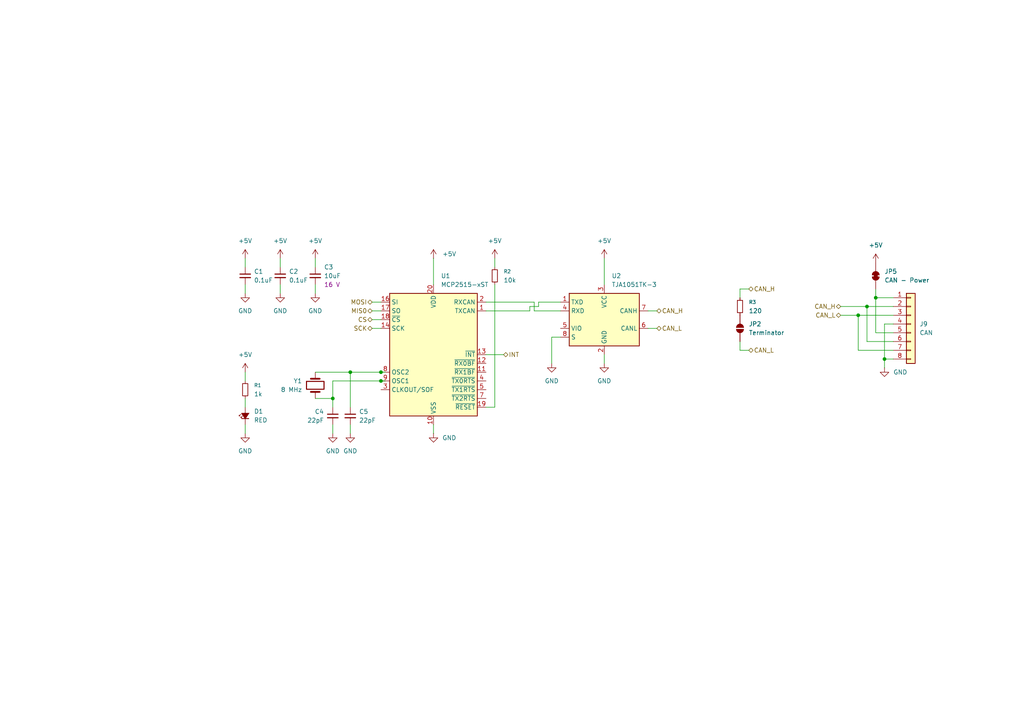
<source format=kicad_sch>
(kicad_sch (version 20250114) (generator "eeschema") (generator_version "9.0")
  (paper "A4")
  (lib_symbols
    (symbol "Connector_Generic:Conn_01x08" (pin_names (offset 1.016) (hide yes))
      (property "Reference" "J" (at 0 10.16 0))
      (property "Value" "Conn_01x08" (at 0 -12.7 0))
      (symbol "Conn_01x08_1_1"
        (rectangle (start -1.27 8.89) (end 1.27 -11.43) (stroke (width 0.254)) (fill (type background)))
        (rectangle (start -1.27 7.747) (end 0 7.493) (stroke (width 0.1524)))
        (rectangle (start -1.27 5.207) (end 0 4.953) (stroke (width 0.1524)))
        (rectangle (start -1.27 2.667) (end 0 2.413) (stroke (width 0.1524)))
        (rectangle (start -1.27 0.127) (end 0 -0.127) (stroke (width 0.1524)))
        (rectangle (start -1.27 -2.413) (end 0 -2.667) (stroke (width 0.1524)))
        (rectangle (start -1.27 -4.953) (end 0 -5.207) (stroke (width 0.1524)))
        (rectangle (start -1.27 -7.493) (end 0 -7.747) (stroke (width 0.1524)))
        (rectangle (start -1.27 -10.033) (end 0 -10.287) (stroke (width 0.1524)))
        (pin passive line (at -5.08 7.62 0) (length 3.81) (name "Pin_1") (number "1"))
        (pin passive line (at -5.08 5.08 0) (length 3.81) (name "Pin_2") (number "2"))
        (pin passive line (at -5.08 2.54 0) (length 3.81) (name "Pin_3") (number "3"))
        (pin passive line (at -5.08 0 0) (length 3.81) (name "Pin_4") (number "4"))
        (pin passive line (at -5.08 -2.54 0) (length 3.81) (name "Pin_5") (number "5"))
        (pin passive line (at -5.08 -5.08 0) (length 3.81) (name "Pin_6") (number "6"))
        (pin passive line (at -5.08 -7.62 0) (length 3.81) (name "Pin_7") (number "7"))
        (pin passive line (at -5.08 -10.16 0) (length 3.81) (name "Pin_8") (number "8"))
      )
    )
    (symbol "Device:C_Small" (pin_numbers (hide yes)) (pin_names (offset 0.254) (hide yes))
      (property "Reference" "C" (at 0.254 1.778 0))
      (property "Value" "C_Small" (at 0.254 -2.032 0))
      (symbol "C_Small_0_1"
        (polyline (pts (xy -1.524 0.508) (xy 1.524 0.508)) (stroke (width 0.3048)))
        (polyline (pts (xy -1.524 -0.508) (xy 1.524 -0.508)) (stroke (width 0.3302)))
      )
      (symbol "C_Small_1_1"
        (pin passive line (at 0 2.54 270) (length 2.032) (name "~") (number "1"))
        (pin passive line (at 0 -2.54 90) (length 2.032) (name "~") (number "2"))
      )
    )
    (symbol "Device:Crystal" (pin_numbers (hide yes)) (pin_names (offset 1.016) (hide yes))
      (property "Reference" "Y" (at 0 3.81 0))
      (property "Value" "Crystal" (at 0 -3.81 0))
      (symbol "Crystal_0_1"
        (polyline (pts (xy -2.54 0) (xy -1.905 0)))
        (polyline (pts (xy -1.905 -1.27) (xy -1.905 1.27)) (stroke (width 0.508)))
        (rectangle (start -1.143 2.54) (end 1.143 -2.54) (stroke (width 0.3048)))
        (polyline (pts (xy 1.905 -1.27) (xy 1.905 1.27)) (stroke (width 0.508)))
        (polyline (pts (xy 2.54 0) (xy 1.905 0)))
      )
      (symbol "Crystal_1_1"
        (pin passive line (at -3.81 0 0) (length 1.27) (name "1") (number "1"))
        (pin passive line (at 3.81 0 180) (length 1.27) (name "2") (number "2"))
      )
    )
    (symbol "Device:LED_Small_Filled" (pin_numbers (hide yes)) (pin_names (offset 0.254) (hide yes))
      (property "Reference" "D" (at -1.27 3.175 0))
      (property "Value" "LED_Small_Filled" (at -4.445 -2.54 0))
      (symbol "LED_Small_Filled_0_1"
        (polyline (pts (xy -0.762 -1.016) (xy -0.762 1.016)) (stroke (width 0.254)))
        (polyline (pts (xy 0 0.762) (xy -0.508 1.27) (xy -0.254 1.27) (xy -0.508 1.27) (xy -0.508 1.016)))
        (polyline (pts (xy 0.508 1.27) (xy 0 1.778) (xy 0.254 1.778) (xy 0 1.778) (xy 0 1.524)))
        (polyline (pts (xy 0.762 -1.016) (xy -0.762 0) (xy 0.762 1.016) (xy 0.762 -1.016)) (stroke (width 0.254)) (fill (type outline)))
        (polyline (pts (xy 1.016 0) (xy -0.762 0)))
      )
      (symbol "LED_Small_Filled_1_1"
        (pin passive line (at -2.54 0 0) (length 1.778) (name "K") (number "1"))
        (pin passive line (at 2.54 0 180) (length 1.778) (name "A") (number "2"))
      )
    )
    (symbol "Device:R_Small" (pin_numbers (hide yes)) (pin_names (offset 0.254) (hide yes))
      (property "Reference" "R" (at 0 0 90))
      (property "Value" "R_Small" (at 1.778 0 90))
      (symbol "R_Small_0_1"
        (rectangle (start -0.762 1.778) (end 0.762 -1.778) (stroke (width 0.2032)))
      )
      (symbol "R_Small_1_1"
        (pin passive line (at 0 2.54 270) (length 0.762) (name "~") (number "1"))
        (pin passive line (at 0 -2.54 90) (length 0.762) (name "~") (number "2"))
      )
    )
    (symbol "Interface_CAN_LIN:MCP2515-xST"
      (property "Reference" "U" (at -10.16 19.685 0))
      (property "Value" "MCP2515-xST" (at 19.05 20.32 0))
      (symbol "MCP2515-xST_0_1"
        (rectangle (start -12.7 17.78) (end 12.7 -17.78) (stroke (width 0.254)) (fill (type background)))
      )
      (symbol "MCP2515-xST_1_1"
        (pin input line (at -15.24 15.24 0) (length 2.54) (name "SI") (number "16"))
        (pin output line (at -15.24 12.7 0) (length 2.54) (name "SO") (number "17"))
        (pin input line (at -15.24 10.16 0) (length 2.54) (name "~{CS}") (number "18"))
        (pin input line (at -15.24 7.62 0) (length 2.54) (name "SCK") (number "14"))
        (pin output line (at -15.24 -5.08 0) (length 2.54) (name "OSC2") (number "8"))
        (pin input line (at -15.24 -7.62 0) (length 2.54) (name "OSC1") (number "9"))
        (pin output line (at -15.24 -10.16 0) (length 2.54) (name "CLKOUT/SOF") (number "3"))
        (pin no_connect line (at -12.7 0 0) (length 2.54) (hide yes) (name "NC") (number "6"))
        (pin no_connect line (at -12.7 -2.54 0) (length 2.54) (hide yes) (name "NC") (number "15"))
        (pin power_in line (at 0 20.32 270) (length 2.54) (name "VDD") (number "20"))
        (pin power_in line (at 0 -20.32 90) (length 2.54) (name "VSS") (number "10"))
        (pin input line (at 15.24 15.24 180) (length 2.54) (name "RXCAN") (number "2"))
        (pin output line (at 15.24 12.7 180) (length 2.54) (name "TXCAN") (number "1"))
        (pin output line (at 15.24 0 180) (length 2.54) (name "~{INT}") (number "13"))
        (pin output line (at 15.24 -2.54 180) (length 2.54) (name "~{RX0BF}") (number "12"))
        (pin output line (at 15.24 -5.08 180) (length 2.54) (name "~{RX1BF}") (number "11"))
        (pin input line (at 15.24 -7.62 180) (length 2.54) (name "~{TX0RTS}") (number "4"))
        (pin input line (at 15.24 -10.16 180) (length 2.54) (name "~{TX1RTS}") (number "5"))
        (pin input line (at 15.24 -12.7 180) (length 2.54) (name "~{TX2RTS}") (number "7"))
        (pin input line (at 15.24 -15.24 180) (length 2.54) (name "~{RESET}") (number "19"))
      )
    )
    (symbol "Interface_CAN_LIN:TJA1051TK-3"
      (property "Reference" "U" (at -10.16 8.89 0))
      (property "Value" "TJA1051TK-3" (at 1.27 8.89 0))
      (symbol "TJA1051TK-3_0_1"
        (rectangle (start -10.16 7.62) (end 10.16 -7.62) (stroke (width 0.254)) (fill (type background)))
      )
      (symbol "TJA1051TK-3_1_1"
        (pin input line (at -12.7 5.08 0) (length 2.54) (name "TXD") (number "1"))
        (pin output line (at -12.7 2.54 0) (length 2.54) (name "RXD") (number "4"))
        (pin power_in line (at -12.7 -2.54 0) (length 2.54) (name "VIO") (number "5"))
        (pin input line (at -12.7 -5.08 0) (length 2.54) (name "S") (number "8"))
        (pin power_in line (at 0 10.16 270) (length 2.54) (name "VCC") (number "3"))
        (pin power_in line (at 0 -10.16 90) (length 2.54) (name "GND") (number "2"))
        (pin passive line (at 0 -10.16 90) (length 2.54) (hide yes) (name "GND") (number "9"))
        (pin bidirectional line (at 12.7 2.54 180) (length 2.54) (name "CANH") (number "7"))
        (pin bidirectional line (at 12.7 -2.54 180) (length 2.54) (name "CANL") (number "6"))
      )
    )
    (symbol "Jumper:SolderJumper_2_Bridged" (pin_numbers (hide yes)) (pin_names (offset 0) (hide yes)) (in_bom no)
      (property "Reference" "JP" (at 0 2.032 0))
      (property "Value" "SolderJumper_2_Bridged" (at 0 -2.54 0))
      (symbol "SolderJumper_2_Bridged_0_1"
        (rectangle (start -0.508 0.508) (end 0.508 -0.508) (fill (type outline)))
        (polyline (pts (xy -0.254 1.016) (xy -0.254 -1.016)))
        (arc (start -0.254 -1.016) (mid -1.2656 0) (end -0.254 1.016))
        (arc (start -0.254 -1.016) (mid -1.2656 0) (end -0.254 1.016) (fill (type outline)))
        (arc (start 0.254 1.016) (mid 1.2656 0) (end 0.254 -1.016))
        (arc (start 0.254 1.016) (mid 1.2656 0) (end 0.254 -1.016) (fill (type outline)))
        (polyline (pts (xy 0.254 1.016) (xy 0.254 -1.016)))
      )
      (symbol "SolderJumper_2_Bridged_1_1"
        (pin passive line (at -3.81 0 0) (length 2.54) (name "A") (number "1"))
        (pin passive line (at 3.81 0 180) (length 2.54) (name "B") (number "2"))
      )
    )
    (symbol "Jumper:SolderJumper_2_Open" (pin_numbers (hide yes)) (pin_names (offset 0) (hide yes)) (in_bom no)
      (property "Reference" "JP" (at 0 2.032 0))
      (property "Value" "SolderJumper_2_Open" (at 0 -2.54 0))
      (symbol "SolderJumper_2_Open_0_1"
        (polyline (pts (xy -0.254 1.016) (xy -0.254 -1.016)))
        (arc (start -0.254 -1.016) (mid -1.2656 0) (end -0.254 1.016))
        (arc (start -0.254 -1.016) (mid -1.2656 0) (end -0.254 1.016) (fill (type outline)))
        (arc (start 0.254 1.016) (mid 1.2656 0) (end 0.254 -1.016))
        (arc (start 0.254 1.016) (mid 1.2656 0) (end 0.254 -1.016) (fill (type outline)))
        (polyline (pts (xy 0.254 1.016) (xy 0.254 -1.016)))
      )
      (symbol "SolderJumper_2_Open_1_1"
        (pin passive line (at -3.81 0 0) (length 2.54) (name "A") (number "1"))
        (pin passive line (at 3.81 0 180) (length 2.54) (name "B") (number "2"))
      )
    )
    (symbol "power:+5V" (power) (pin_numbers (hide yes)) (pin_names (offset 0) (hide yes))
      (property "Value" "+5V" (at 0 3.556 0))
      (symbol "+5V_0_1"
        (polyline (pts (xy -0.762 1.27) (xy 0 2.54)))
        (polyline (pts (xy 0 2.54) (xy 0.762 1.27)))
        (polyline (pts (xy 0 0) (xy 0 2.54)))
      )
      (symbol "+5V_1_1"
        (pin power_in line (at 0 0 90) (length 0) (name "~") (number "1"))
      )
    )
    (symbol "power:GND" (power) (pin_numbers (hide yes)) (pin_names (offset 0) (hide yes))
      (property "Value" "GND" (at 0 -3.81 0))
      (symbol "GND_0_1"
        (polyline (pts (xy 0 0) (xy 0 -1.27) (xy 1.27 -1.27) (xy 0 -2.54) (xy -1.27 -1.27) (xy 0 -1.27)))
      )
      (symbol "GND_1_1"
        (pin power_in line (at 0 0 270) (length 0) (name "~") (number "1"))
      )
    )
  )
  (junction (at 256.54 104.14))
  (junction (at 248.92 91.44))
  (junction (at 96.52 115.57))
  (junction (at 251.46 88.9))
  (junction (at 110.49 110.49))
  (junction (at 101.6 107.95))
  (junction (at 110.49 107.95))
  (junction (at 254 86.36))
  (wire (pts (xy 214.63 101.6) (xy 214.63 99.06)))
  (wire (pts (xy 101.6 107.95) (xy 101.6 118.11)))
  (wire (pts (xy 107.95 90.17) (xy 110.49 90.17)))
  (wire (pts (xy 125.73 123.19) (xy 125.73 125.73)))
  (wire (pts (xy 243.84 88.9) (xy 251.46 88.9)))
  (wire (pts (xy 156.21 88.9) (xy 153.67 88.9)))
  (wire (pts (xy 96.52 115.57) (xy 96.52 118.11)))
  (wire (pts (xy 71.12 115.57) (xy 71.12 118.11)))
  (wire (pts (xy 107.95 95.25) (xy 110.49 95.25)))
  (wire (pts (xy 96.52 123.19) (xy 96.52 125.73)))
  (wire (pts (xy 96.52 110.49) (xy 96.52 115.57)))
  (wire (pts (xy 71.12 123.19) (xy 71.12 125.73)))
  (wire (pts (xy 256.54 104.14) (xy 256.54 106.68)))
  (wire (pts (xy 259.08 96.52) (xy 254 96.52)))
  (wire (pts (xy 91.44 107.95) (xy 101.6 107.95)))
  (wire (pts (xy 143.51 118.11) (xy 140.97 118.11)))
  (wire (pts (xy 91.44 74.93) (xy 91.44 77.47)))
  (wire (pts (xy 153.67 88.9) (xy 153.67 90.17)))
  (wire (pts (xy 259.08 101.6) (xy 248.92 101.6)))
  (wire (pts (xy 175.26 74.93) (xy 175.26 82.55)))
  (wire (pts (xy 111.76 107.95) (xy 110.49 107.95)))
  (wire (pts (xy 81.28 74.93) (xy 81.28 77.47)))
  (wire (pts (xy 217.17 83.82) (xy 214.63 83.82)))
  (wire (pts (xy 187.96 95.25) (xy 190.5 95.25)))
  (wire (pts (xy 154.94 90.17) (xy 162.56 90.17)))
  (wire (pts (xy 91.44 85.09) (xy 91.44 82.55)))
  (wire (pts (xy 259.08 99.06) (xy 251.46 99.06)))
  (wire (pts (xy 125.73 74.93) (xy 125.73 82.55)))
  (wire (pts (xy 156.21 87.63) (xy 156.21 88.9)))
  (wire (pts (xy 101.6 123.19) (xy 101.6 125.73)))
  (wire (pts (xy 110.49 110.49) (xy 96.52 110.49)))
  (wire (pts (xy 96.52 115.57) (xy 91.44 115.57)))
  (wire (pts (xy 81.28 85.09) (xy 81.28 82.55)))
  (wire (pts (xy 162.56 97.79) (xy 160.02 97.79)))
  (wire (pts (xy 111.76 110.49) (xy 110.49 110.49)))
  (wire (pts (xy 259.08 93.98) (xy 256.54 93.98)))
  (wire (pts (xy 71.12 107.95) (xy 71.12 110.49)))
  (wire (pts (xy 187.96 90.17) (xy 190.5 90.17)))
  (wire (pts (xy 175.26 102.87) (xy 175.26 105.41)))
  (wire (pts (xy 248.92 91.44) (xy 259.08 91.44)))
  (wire (pts (xy 259.08 104.14) (xy 256.54 104.14)))
  (wire (pts (xy 256.54 93.98) (xy 256.54 104.14)))
  (wire (pts (xy 154.94 87.63) (xy 154.94 90.17)))
  (wire (pts (xy 217.17 101.6) (xy 214.63 101.6)))
  (wire (pts (xy 107.95 92.71) (xy 110.49 92.71)))
  (wire (pts (xy 153.67 90.17) (xy 140.97 90.17)))
  (wire (pts (xy 251.46 88.9) (xy 259.08 88.9)))
  (wire (pts (xy 143.51 74.93) (xy 143.51 77.47)))
  (wire (pts (xy 143.51 82.55) (xy 143.51 118.11)))
  (wire (pts (xy 71.12 85.09) (xy 71.12 82.55)))
  (wire (pts (xy 71.12 74.93) (xy 71.12 77.47)))
  (wire (pts (xy 160.02 97.79) (xy 160.02 105.41)))
  (wire (pts (xy 251.46 99.06) (xy 251.46 88.9)))
  (wire (pts (xy 254 96.52) (xy 254 86.36)))
  (wire (pts (xy 248.92 91.44) (xy 248.92 101.6)))
  (wire (pts (xy 254 86.36) (xy 259.08 86.36)))
  (wire (pts (xy 140.97 87.63) (xy 154.94 87.63)))
  (wire (pts (xy 101.6 107.95) (xy 110.49 107.95)))
  (wire (pts (xy 254 86.36) (xy 254 83.82)))
  (wire (pts (xy 214.63 83.82) (xy 214.63 86.36)))
  (wire (pts (xy 107.95 87.63) (xy 110.49 87.63)))
  (wire (pts (xy 243.84 91.44) (xy 248.92 91.44)))
  (wire (pts (xy 140.97 102.87) (xy 146.05 102.87)))
  (wire (pts (xy 162.56 87.63) (xy 156.21 87.63)))
  (hierarchical_label "CAN_L" (shape bidirectional) (at 190.5 95.25 0))
  (hierarchical_label "CS" (shape bidirectional) (at 107.95 92.71 180))
  (hierarchical_label "MOSI" (shape bidirectional) (at 107.95 87.63 180))
  (hierarchical_label "CAN_L" (shape bidirectional) (at 243.84 91.44 180))
  (hierarchical_label "CAN_H" (shape bidirectional) (at 217.17 83.82 0))
  (hierarchical_label "CAN_H" (shape bidirectional) (at 190.5 90.17 0))
  (hierarchical_label "CAN_L" (shape bidirectional) (at 217.17 101.6 0))
  (hierarchical_label "SCK" (shape bidirectional) (at 107.95 95.25 180))
  (hierarchical_label "INT" (shape bidirectional) (at 146.05 102.87 0))
  (hierarchical_label "MIS0" (shape bidirectional) (at 107.95 90.17 180))
  (hierarchical_label "CAN_H" (shape bidirectional) (at 243.84 88.9 180))
  (symbol (lib_id "Device:R_Small") (at 71.12 113.03 0) (unit 1)
    (property "Reference" "R1" (at 73.66 111.7599 0) (effects (font (size 1.016 1.016)) (justify left)))
    (property "Value" "1k" (at 73.66 114.2999 0) (effects (justify left)))
    (property "Footprint" "Resistor_SMD:R_0805_2012Metric_Pad1.20x1.40mm_HandSolder" (effects (hide yes)))
    (property "Description" "Resistor, small symbol" (effects (hide yes)))
  )
  (symbol (lib_id "power:GND") (at 175.26 105.41 0) (unit 1)
    (property "Reference" "#PWR0111" (effects (hide yes)))
    (property "Value" "GND" (at 175.26 110.49 0))
    (property "Description" "Power symbol creates a global label with name \"GND\" , ground" (effects (hide yes)))
  )
  (symbol (lib_id "power:GND") (at 256.54 106.68 0) (unit 1)
    (property "Reference" "#PWR053" (effects (hide yes)))
    (property "Value" "GND" (at 259.08 107.9499 0) (effects (justify left)))
    (property "Description" "Power symbol creates a global label with name \"GND\" , ground" (effects (hide yes)))
  )
  (symbol (lib_id "power:GND") (at 71.12 85.09 0) (unit 1)
    (property "Reference" "#PWR0107" (effects (hide yes)))
    (property "Value" "GND" (at 71.12 90.17 0))
    (property "Description" "Power symbol creates a global label with name \"GND\" , ground" (effects (hide yes)))
  )
  (symbol (lib_id "power:+5V") (at 125.73 74.93 0) (unit 1)
    (property "Reference" "#PWR0115" (effects (hide yes)))
    (property "Value" "+5V" (at 128.27 73.6599 0) (effects (justify left)))
    (property "Description" "Power symbol creates a global label with name \"+5V\"" (effects (hide yes)))
  )
  (symbol (lib_id "Interface_CAN_LIN:TJA1051TK-3") (at 175.26 92.71 0) (unit 1)
    (property "Reference" "U2" (at 177.4033 80.01 0) (effects (justify left)))
    (property "Value" "TJA1051TK-3" (at 177.4033 82.55 0) (effects (justify left)))
    (property "Footprint" "Package_SON:HVSON-8-1EP_3x3mm_P0.65mm_EP1.6x2.4mm" (effects (hide yes)))
    (property "Datasheet" "https://www.nxp.com/docs/en/data-sheet/TJA1051.pdf" (effects (hide yes)))
    (property "Description" "High-Speed CAN Transceiver, separate VIO, silent mode, VSON-8 (DFN-8)" (effects (hide yes)))
  )
  (symbol (lib_id "Jumper:SolderJumper_2_Bridged") (at 254 80.01 90) (unit 1) (in_bom no)
    (property "Reference" "JP5" (at 256.54 78.7399 90) (effects (justify right)))
    (property "Value" "CAN - Power" (at 256.54 81.2799 90) (effects (justify right)))
    (property "Footprint" "Jumper:SolderJumper-2_P1.3mm_Bridged_RoundedPad1.0x1.5mm" (effects (hide yes)))
    (property "Description" "Solder Jumper, 2-pole, closed/bridged" (effects (hide yes)))
  )
  (symbol (lib_id "power:GND") (at 71.12 125.73 0) (unit 1)
    (property "Reference" "#PWR0101" (effects (hide yes)))
    (property "Value" "GND" (at 71.12 130.81 0))
    (property "Description" "Power symbol creates a global label with name \"GND\" , ground" (effects (hide yes)))
  )
  (symbol (lib_id "power:+5V") (at 143.51 74.93 0) (unit 1)
    (property "Reference" "#PWR0114" (effects (hide yes)))
    (property "Value" "+5V" (at 143.51 69.85 0))
    (property "Description" "Power symbol creates a global label with name \"+5V\"" (effects (hide yes)))
  )
  (symbol (lib_id "power:GND") (at 101.6 125.73 0) (unit 1)
    (property "Reference" "#PWR0104" (effects (hide yes)))
    (property "Value" "GND" (at 101.6 130.81 0))
    (property "Description" "Power symbol creates a global label with name \"GND\" , ground" (effects (hide yes)))
  )
  (symbol (lib_id "Device:C_Small") (at 101.6 120.65 0) (unit 1)
    (property "Reference" "C5" (at 104.14 119.3862 0) (effects (justify left)))
    (property "Value" "22pF" (at 104.14 121.9262 0) (effects (justify left)))
    (property "Footprint" "Capacitor_SMD:C_0805_2012Metric_Pad1.18x1.45mm_HandSolder" (effects (hide yes)))
    (property "Description" "Unpolarized capacitor, small symbol" (effects (hide yes)))
  )
  (symbol (lib_id "power:+5V") (at 81.28 74.93 0) (unit 1)
    (property "Reference" "#PWR0109" (effects (hide yes)))
    (property "Value" "+5V" (at 81.28 69.85 0))
    (property "Description" "Power symbol creates a global label with name \"+5V\"" (effects (hide yes)))
  )
  (symbol (lib_id "Device:Crystal") (at 91.44 111.76 270) (unit 1)
    (property "Reference" "Y1" (at 87.63 110.4899 90) (effects (justify right)))
    (property "Value" "8 MHz" (at 87.63 113.0299 90) (effects (justify right)))
    (property "Footprint" "Crystal:Crystal_SMD_0603-2Pin_6.0x3.5mm_HandSoldering" (effects (hide yes)))
    (property "Description" "Two pin crystal" (effects (hide yes)))
  )
  (symbol (lib_id "power:GND") (at 125.73 125.73 0) (unit 1)
    (property "Reference" "#PWR0113" (effects (hide yes)))
    (property "Value" "GND" (at 128.27 126.9999 0) (effects (justify left)))
    (property "Description" "Power symbol creates a global label with name \"GND\" , ground" (effects (hide yes)))
  )
  (symbol (lib_id "power:+5V") (at 254 76.2 0) (unit 1)
    (property "Reference" "#PWR052" (effects (hide yes)))
    (property "Value" "+5V" (at 254 71.12 0))
    (property "Description" "Power symbol creates a global label with name \"+5V\"" (effects (hide yes)))
  )
  (symbol (lib_id "Device:LED_Small_Filled") (at 71.12 120.65 90) (unit 1)
    (property "Reference" "D1" (at 73.66 119.3164 90) (effects (justify right)))
    (property "Value" "RED" (at 73.66 121.8564 90) (effects (justify right)))
    (property "Footprint" "LED_SMD:LED_0805_2012Metric_Pad1.15x1.40mm_HandSolder" (effects (hide yes)))
    (property "Description" "Light emitting diode, small symbol, filled shape" (effects (hide yes)))
    (property "Sim.Pins" "1=K 2=A" (effects (hide yes)))
  )
  (symbol (lib_id "power:GND") (at 91.44 85.09 0) (unit 1)
    (property "Reference" "#PWR0103" (effects (hide yes)))
    (property "Value" "GND" (at 91.44 90.17 0))
    (property "Description" "Power symbol creates a global label with name \"GND\" , ground" (effects (hide yes)))
  )
  (symbol (lib_id "Device:C_Small") (at 81.28 80.01 0) (unit 1)
    (property "Reference" "C2" (at 83.82 78.7462 0) (effects (justify left)))
    (property "Value" "0.1uF" (at 83.82 81.2862 0) (effects (justify left)))
    (property "Footprint" "Capacitor_SMD:C_0805_2012Metric_Pad1.18x1.45mm_HandSolder" (effects (hide yes)))
    (property "Description" "Unpolarized capacitor, small symbol" (effects (hide yes)))
  )
  (symbol (lib_id "power:+5V") (at 91.44 74.93 0) (unit 1)
    (property "Reference" "#PWR0110" (effects (hide yes)))
    (property "Value" "+5V" (at 91.44 69.85 0))
    (property "Description" "Power symbol creates a global label with name \"+5V\"" (effects (hide yes)))
  )
  (symbol (lib_id "Jumper:SolderJumper_2_Open") (at 214.63 95.25 90) (unit 1) (in_bom no)
    (property "Reference" "JP2" (at 217.17 93.9799 90) (effects (justify right)))
    (property "Value" "Terminator" (at 217.17 96.5199 90) (effects (justify right)))
    (property "Footprint" "Jumper:SolderJumper-2_P1.3mm_Open_RoundedPad1.0x1.5mm" (effects (hide yes)))
    (property "Description" "Solder Jumper, 2-pole, open" (effects (hide yes)))
  )
  (symbol (lib_id "Device:C_Small") (at 96.52 120.65 0) (unit 1)
    (property "Reference" "C4" (at 93.98 119.3862 0) (effects (justify right)))
    (property "Value" "22pF" (at 93.98 121.9262 0) (effects (justify right)))
    (property "Footprint" "Capacitor_SMD:C_0805_2012Metric_Pad1.18x1.45mm_HandSolder" (effects (hide yes)))
    (property "Description" "Unpolarized capacitor, small symbol" (effects (hide yes)))
  )
  (symbol (lib_id "power:+5V") (at 71.12 107.95 0) (unit 1)
    (property "Reference" "#PWR0102" (effects (hide yes)))
    (property "Value" "+5V" (at 71.12 102.87 0))
    (property "Description" "Power symbol creates a global label with name \"+5V\"" (effects (hide yes)))
  )
  (symbol (lib_id "power:GND") (at 81.28 85.09 0) (unit 1)
    (property "Reference" "#PWR0106" (effects (hide yes)))
    (property "Value" "GND" (at 81.28 90.17 0))
    (property "Description" "Power symbol creates a global label with name \"GND\" , ground" (effects (hide yes)))
  )
  (symbol (lib_id "power:GND") (at 96.52 125.73 0) (unit 1)
    (property "Reference" "#PWR0105" (effects (hide yes)))
    (property "Value" "GND" (at 96.52 130.81 0))
    (property "Description" "Power symbol creates a global label with name \"GND\" , ground" (effects (hide yes)))
  )
  (symbol (lib_id "Device:C_Small") (at 91.44 80.01 0) (unit 1)
    (property "Reference" "C3" (at 93.98 77.4762 0) (effects (justify left)))
    (property "Value" "10uF" (at 93.98 80.0162 0) (effects (justify left)))
    (property "Footprint" "Capacitor_SMD:C_0805_2012Metric_Pad1.18x1.45mm_HandSolder" (effects (hide yes)))
    (property "Description" "Unpolarized capacitor, small symbol" (effects (hide yes)))
    (property "Voltage" "16 V" (at 93.98 82.5562 0) (effects (justify left)))
  )
  (symbol (lib_id "power:+5V") (at 71.12 74.93 0) (unit 1)
    (property "Reference" "#PWR0108" (effects (hide yes)))
    (property "Value" "+5V" (at 71.12 69.85 0))
    (property "Description" "Power symbol creates a global label with name \"+5V\"" (effects (hide yes)))
  )
  (symbol (lib_id "Device:C_Small") (at 71.12 80.01 0) (unit 1)
    (property "Reference" "C1" (at 73.66 78.7462 0) (effects (justify left)))
    (property "Value" "0.1uF" (at 73.66 81.2862 0) (effects (justify left)))
    (property "Footprint" "Capacitor_SMD:C_0805_2012Metric_Pad1.18x1.45mm_HandSolder" (effects (hide yes)))
    (property "Description" "Unpolarized capacitor, small symbol" (effects (hide yes)))
  )
  (symbol (lib_id "power:GND") (at 160.02 105.41 0) (unit 1)
    (property "Reference" "#PWR0116" (effects (hide yes)))
    (property "Value" "GND" (at 160.02 110.49 0))
    (property "Description" "Power symbol creates a global label with name \"GND\" , ground" (effects (hide yes)))
  )
  (symbol (lib_id "Device:R_Small") (at 143.51 80.01 0) (unit 1)
    (property "Reference" "R2" (at 146.05 78.7399 0) (effects (font (size 1.016 1.016)) (justify left)))
    (property "Value" "10k" (at 146.05 81.2799 0) (effects (justify left)))
    (property "Footprint" "Resistor_SMD:R_0805_2012Metric_Pad1.20x1.40mm_HandSolder" (effects (hide yes)))
    (property "Description" "Resistor, small symbol" (effects (hide yes)))
  )
  (symbol (lib_id "Connector_Generic:Conn_01x08") (at 264.16 93.98 0) (unit 1)
    (property "Reference" "J9" (at 266.7 93.9799 0) (effects (justify left)))
    (property "Value" "CAN" (at 266.7 96.5199 0) (effects (justify left)))
    (property "Footprint" "Connector_Molex:Molex_Nano-Fit_105309-xx08_1x08_P2.50mm_Vertical" (effects (hide yes)))
    (property "Description" "Generic connector, single row, 01x08, script generated (kicad-library-utils/schlib/autogen/connector/)" (effects (hide yes)))
  )
  (symbol (lib_id "Interface_CAN_LIN:MCP2515-xST") (at 125.73 102.87 0) (unit 1)
    (property "Reference" "U1" (at 127.8733 80.01 0) (effects (justify left)))
    (property "Value" "MCP2515-xST" (at 127.8733 82.55 0) (effects (justify left)))
    (property "Footprint" "Package_SO:TSSOP-20_4.4x6.5mm_P0.65mm" (effects (hide yes)))
    (property "Datasheet" "http://ww1.microchip.com/downloads/en/DeviceDoc/21801e.pdf" (effects (hide yes)))
    (property "Description" "Stand-Alone CAN Controller with SPI Interface, TSSOP-20" (effects (hide yes)))
  )
  (symbol (lib_id "power:+5V") (at 175.26 74.93 0) (unit 1)
    (property "Reference" "#PWR0112" (effects (hide yes)))
    (property "Value" "+5V" (at 175.26 69.85 0))
    (property "Description" "Power symbol creates a global label with name \"+5V\"" (effects (hide yes)))
  )
  (symbol (lib_id "Device:R_Small") (at 214.63 88.9 0) (unit 1)
    (property "Reference" "R3" (at 217.17 87.6299 0) (effects (font (size 1.016 1.016)) (justify left)))
    (property "Value" "120" (at 217.17 90.1699 0) (effects (justify left)))
    (property "Footprint" "Resistor_SMD:R_0805_2012Metric_Pad1.20x1.40mm_HandSolder" (effects (hide yes)))
    (property "Description" "Resistor, small symbol" (effects (hide yes)))
  )
)
</source>
